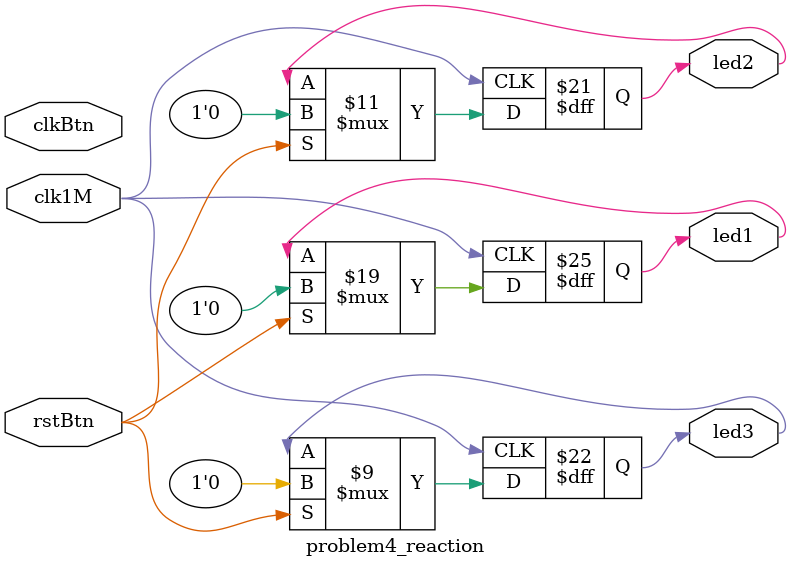
<source format=v>
module problem4_reaction(
    input wire clk1M, // 1MHz Ê±ÖÓ
    input wire clkBtn, // CLK °´Å¥
    input wire rstBtn, // RST °´Å¥
    output reg led1, // Á¬½ÓLED1
    output reg led2, // Á¬½ÓLED2
    output reg led3 // Á¬½ÓLED3
);

reg btnSync, btnLast;
reg [21:0] counter;

always @(posedge clk1M) begin
    if(rstBtn) begin
        counter <= 0;
        led1 <= 0;
    end else begin
        if(!(&counter))
            counter <= counter + 1;
        if(~led1) begin
            // ÅÐ¶Ïcounter¼ÆÊ±µ½2s¡«4sµÄÄ³¸öÖµÊ±£¬µãÁÁled1£¬²¢ÖØÐÂ¿ªÊ¼¼ÆÊ±
            // === YOUR CODE HERE ===
        end
    end
end

always @(posedge clk1M) begin
    btnLast <= btnSync;
    btnSync <= clkBtn;
    if(rstBtn) begin
        led2 <= 0;
        led3 <= 0;
    end else if(btnSync & !btnLast) begin
        // ¼ì²âµ½CLK°´Å¥°´ÏÂË²¼ä£¬¸ù¾ÝÌâÄ¿ÒªÇó±È½ÏcounterµÄÖµ£¬²¢ÉèÖÃled2£¬led3
        // === YOUR CODE HERE ===
    end
end

endmodule
</source>
